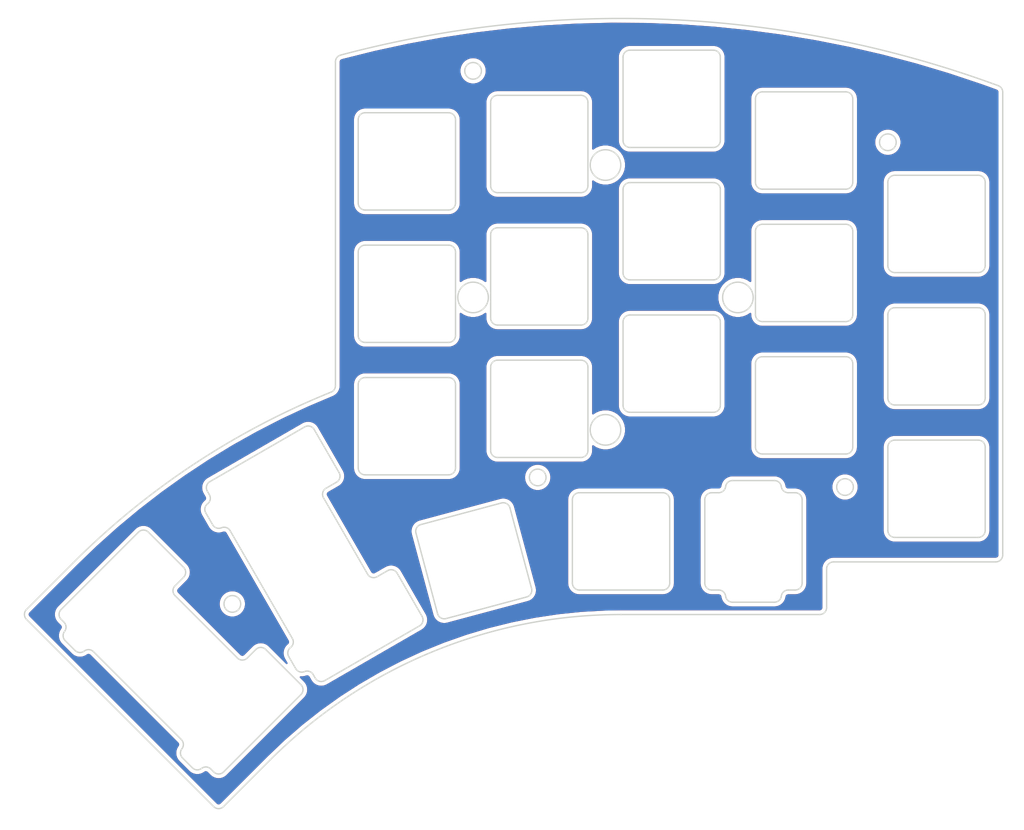
<source format=kicad_pcb>
(kicad_pcb (version 20171130) (host pcbnew "(5.1.10-1-10_14)")
  (layers (0 F.Cu signal) (31 B.Cu signal) (34 B.Paste user) (35 F.Paste user) (36 B.SilkS user) (37 F.SilkS user) (38 B.Mask user) (39 F.Mask user) (44 Edge.Cuts user))
  (net 0 "")
  (gr_arc (start 74.364286 132.846164) (end 73.657179 132.139057) (angle -90) (layer Edge.Cuts) (width 0.2))
  (gr_line (start 80.392371 125.403865) (end 73.657179 132.139057) (layer Edge.Cuts) (width 0.2))
  (gr_arc (start 189.774109 126.291218) (end 189.774109 125.291218) (angle -90) (layer Edge.Cuts) (width 0.2))
  (gr_line (start 188.774109 131.861045) (end 188.774109 126.291218) (layer Edge.Cuts) (width 0.2))
  (gr_line (start 95.029481 128.727267) (end 96.266918 127.48983) (layer Edge.Cuts) (width 0.2))
  (gr_arc (start 95.736588 129.434374) (end 95.029481 128.727267) (angle -90) (layer Edge.Cuts) (width 0.2))
  (gr_arc (start 183.249109 130.336045) (end 183.249109 129.336045) (angle -82.81924422) (layer Edge.Cuts) (width 0.2))
  (gr_line (start 184.249109 129.336045) (end 183.249109 129.336045) (layer Edge.Cuts) (width 0.2))
  (gr_arc (start 184.249109 128.336045) (end 184.249109 129.336045) (angle -90) (layer Edge.Cuts) (width 0.2))
  (gr_line (start 185.249109 116.336045) (end 185.249109 128.336045) (layer Edge.Cuts) (width 0.2))
  (gr_arc (start 181.264796 114.586046) (end 182.256952 114.461046) (angle -82.81924422) (layer Edge.Cuts) (width 0.2))
  (gr_line (start 175.233423 113.586046) (end 181.264796 113.586046) (layer Edge.Cuts) (width 0.2))
  (gr_arc (start 175.233423 114.586046) (end 175.233423 113.586046) (angle -82.81924422) (layer Edge.Cuts) (width 0.2))
  (gr_arc (start 173.249109 114.336046) (end 173.249109 115.336045) (angle -82.81924422) (layer Edge.Cuts) (width 0.2))
  (gr_line (start 172.249109 115.336045) (end 173.249109 115.336045) (layer Edge.Cuts) (width 0.2))
  (gr_arc (start 159.197965 204.21365) (end 212.657737 56.479555) (angle -34.77340482) (layer Edge.Cuts) (width 0.2))
  (gr_arc (start 117.110001 99.93496) (end 117.484294 100.86227) (angle -68.01936289) (layer Edge.Cuts) (width 0.2))
  (gr_arc (start 187.774109 131.861045) (end 187.774109 132.861045) (angle -90) (layer Edge.Cuts) (width 0.2))
  (gr_line (start 159.199109 132.861045) (end 187.774109 132.861045) (layer Edge.Cuts) (width 0.2))
  (gr_arc (start 101.305054 159.786932) (end 100.597947 160.494039) (angle -90) (layer Edge.Cuts) (width 0.2))
  (gr_line (start 73.657179 133.553271) (end 100.597947 160.494039) (layer Edge.Cuts) (width 0.2))
  (gr_arc (start 90.48632 121.709232) (end 91.193427 121.002125) (angle -90) (layer Edge.Cuts) (width 0.2))
  (gr_line (start 96.266918 126.075617) (end 91.193427 121.002125) (layer Edge.Cuts) (width 0.2))
  (gr_arc (start 95.559811 126.782723) (end 96.266918 127.48983) (angle -90) (layer Edge.Cuts) (width 0.2))
  (gr_circle (center 191.421344 114.516219) (end 192.621344 114.516219) (layer Edge.Cuts) (width 0.2))
  (gr_arc (start 184.249109 116.336045) (end 185.249109 116.336045) (angle -90) (layer Edge.Cuts) (width 0.2))
  (gr_line (start 183.249109 115.336045) (end 184.249109 115.336045) (layer Edge.Cuts) (width 0.2))
  (gr_arc (start 183.249109 114.336046) (end 182.256952 114.461046) (angle -82.81924422) (layer Edge.Cuts) (width 0.2))
  (gr_circle (center 103.277746 131.332464) (end 104.477746 131.332464) (layer Edge.Cuts) (width 0.2))
  (gr_arc (start 159.197965 204.21365) (end 213.455348 56.770623) (angle -0.3096420901) (layer Edge.Cuts) (width 0.2))
  (gr_arc (start 159.197965 204.21365) (end 159.199109 132.861045) (angle -44.99853891) (layer Edge.Cuts) (width 0.2))
  (gr_line (start 102.012161 160.494039) (end 108.747353 153.758847) (layer Edge.Cuts) (width 0.2))
  (gr_circle (center 147.208858 113.135603) (end 148.408858 113.135603) (layer Edge.Cuts) (width 0.2))
  (gr_arc (start 172.249109 128.336045) (end 171.249109 128.336045) (angle -90) (layer Edge.Cuts) (width 0.2))
  (gr_line (start 173.249109 129.336045) (end 172.249109 129.336045) (layer Edge.Cuts) (width 0.2))
  (gr_circle (center 176.01 87.241218) (end 178.21 87.241218) (layer Edge.Cuts) (width 0.2))
  (gr_circle (center 156.96 68.191218) (end 159.16 68.191218) (layer Edge.Cuts) (width 0.2))
  (gr_circle (center 156.96 106.291218) (end 159.16 106.291218) (layer Edge.Cuts) (width 0.2))
  (gr_circle (center 137.91 87.241218) (end 140.11 87.241218) (layer Edge.Cuts) (width 0.2))
  (gr_arc (start 213.11 124.291218) (end 213.11 125.291218) (angle -90) (layer Edge.Cuts) (width 0.2))
  (gr_arc (start 213.109999 57.709097) (end 214.109999 57.709097) (angle -69.79694989) (layer Edge.Cuts) (width 0.2))
  (gr_line (start 214.11 124.291217) (end 214.109999 57.709097) (layer Edge.Cuts) (width 0.2))
  (gr_line (start 102.960559 120.802577) (end 111.913746 136.309951) (layer Edge.Cuts) (width 0.2))
  (gr_arc (start 102.094534 121.302577) (end 102.960559 120.802577) (angle -82.81924422) (layer Edge.Cuts) (width 0.2))
  (gr_arc (start 101.318883 119.459111) (end 100.452858 119.959111) (angle -82.81924422) (layer Edge.Cuts) (width 0.2))
  (gr_line (start 99.452858 118.227061) (end 100.452858 119.959111) (layer Edge.Cuts) (width 0.2))
  (gr_arc (start 100.318883 117.727061) (end 99.714552 116.930328) (angle -82.81924422) (layer Edge.Cuts) (width 0.2))
  (gr_arc (start 99.11022 116.133595) (end 99.714552 116.930328) (angle -82.81924422) (layer Edge.Cuts) (width 0.2))
  (gr_line (start 99.674652 115.11122) (end 99.976246 115.633595) (layer Edge.Cuts) (width 0.2))
  (gr_arc (start 100.540678 114.611221) (end 100.040678 113.745195) (angle -90) (layer Edge.Cuts) (width 0.2))
  (gr_line (start 113.680578 105.870195) (end 100.040678 113.745195) (layer Edge.Cuts) (width 0.2))
  (gr_arc (start 114.180578 106.736221) (end 115.046603 106.236221) (angle -90) (layer Edge.Cuts) (width 0.2))
  (gr_line (start 118.634103 112.449953) (end 115.046603 106.236221) (layer Edge.Cuts) (width 0.2))
  (gr_arc (start 117.768078 112.949953) (end 118.268078 113.815978) (angle -90) (layer Edge.Cuts) (width 0.2))
  (gr_line (start 116.752533 114.690978) (end 118.268078 113.815978) (layer Edge.Cuts) (width 0.2))
  (gr_arc (start 117.252533 115.557003) (end 116.752533 114.690978) (angle -90) (layer Edge.Cuts) (width 0.2))
  (gr_line (start 122.736508 127.055526) (end 116.386508 116.057003) (layer Edge.Cuts) (width 0.2))
  (gr_arc (start 123.602533 126.555526) (end 122.736508 127.055526) (angle -90) (layer Edge.Cuts) (width 0.2))
  (gr_line (start 125.618078 126.546551) (end 124.102533 127.421551) (layer Edge.Cuts) (width 0.2))
  (gr_arc (start 126.118078 127.412576) (end 126.984103 126.912576) (angle -90) (layer Edge.Cuts) (width 0.2))
  (gr_line (start 130.571603 133.126309) (end 126.984103 126.912576) (layer Edge.Cuts) (width 0.2))
  (gr_arc (start 129.705578 133.626309) (end 130.205578 134.492334) (angle -90) (layer Edge.Cuts) (width 0.2))
  (gr_line (start 116.565678 142.367334) (end 130.205578 134.492334) (layer Edge.Cuts) (width 0.2))
  (gr_arc (start 116.065678 141.501309) (end 115.199652 142.001309) (angle -90) (layer Edge.Cuts) (width 0.2))
  (gr_line (start 114.905902 141.492519) (end 115.199652 142.001309) (layer Edge.Cuts) (width 0.2))
  (gr_arc (start 114.039877 141.992519) (end 114.905902 141.492519) (angle -82.81924422) (layer Edge.Cuts) (width 0.2))
  (gr_arc (start 113.264227 140.149053) (end 112.398201 140.649053) (angle -82.81924422) (layer Edge.Cuts) (width 0.2))
  (gr_line (start 111.390358 138.903417) (end 112.398201 140.649053) (layer Edge.Cuts) (width 0.2))
  (gr_arc (start 112.256383 138.403417) (end 111.652052 137.606684) (angle -82.81924422) (layer Edge.Cuts) (width 0.2))
  (gr_arc (start 111.04772 136.809951) (end 111.652052 137.606684) (angle -82.81924422) (layer Edge.Cuts) (width 0.2))
  (gr_arc (start 141.435 97.266218) (end 141.435 96.266218) (angle -90) (layer Edge.Cuts) (width 0.2))
  (gr_line (start 153.435001 96.266218) (end 141.435 96.266218) (layer Edge.Cuts) (width 0.2))
  (gr_arc (start 153.435001 97.266218) (end 154.435 97.266218) (angle -90) (layer Edge.Cuts) (width 0.2))
  (gr_line (start 154.435 109.266218) (end 154.435 97.266218) (layer Edge.Cuts) (width 0.2))
  (gr_arc (start 153.435 109.266218) (end 153.435 110.266218) (angle -90) (layer Edge.Cuts) (width 0.2))
  (gr_line (start 141.435 110.266218) (end 153.435 110.266218) (layer Edge.Cuts) (width 0.2))
  (gr_arc (start 141.435 109.266218) (end 140.435 109.266218) (angle -90) (layer Edge.Cuts) (width 0.2))
  (gr_line (start 140.435 97.266218) (end 140.435 109.266218) (layer Edge.Cuts) (width 0.2))
  (gr_arc (start 122.385 61.666218) (end 122.385 60.666218) (angle -90) (layer Edge.Cuts) (width 0.2))
  (gr_line (start 134.385 60.666218) (end 122.385 60.666218) (layer Edge.Cuts) (width 0.2))
  (gr_arc (start 134.385 61.666218) (end 135.385 61.666218) (angle -90) (layer Edge.Cuts) (width 0.2))
  (gr_line (start 135.385 73.666218) (end 135.385 61.666218) (layer Edge.Cuts) (width 0.2))
  (gr_arc (start 134.385 73.666219) (end 134.385001 74.666218) (angle -90) (layer Edge.Cuts) (width 0.2))
  (gr_line (start 122.385 74.666218) (end 134.385001 74.666218) (layer Edge.Cuts) (width 0.2))
  (gr_arc (start 122.385 73.666218) (end 121.385 73.666218) (angle -90) (layer Edge.Cuts) (width 0.2))
  (gr_line (start 121.385 61.666218) (end 121.385 73.666218) (layer Edge.Cuts) (width 0.2))
  (gr_arc (start 179.535001 96.766219) (end 179.535001 95.766219) (angle -90) (layer Edge.Cuts) (width 0.2))
  (gr_line (start 191.535001 95.766219) (end 179.535001 95.766219) (layer Edge.Cuts) (width 0.2))
  (gr_arc (start 191.535001 96.766219) (end 192.535001 96.766219) (angle -90) (layer Edge.Cuts) (width 0.2))
  (gr_line (start 192.535001 108.766219) (end 192.535001 96.766219) (layer Edge.Cuts) (width 0.2))
  (gr_arc (start 191.535001 108.766219) (end 191.535001 109.766219) (angle -90) (layer Edge.Cuts) (width 0.2))
  (gr_line (start 179.535001 109.766219) (end 191.535001 109.766219) (layer Edge.Cuts) (width 0.2))
  (gr_arc (start 179.535001 108.766219) (end 178.535001 108.766219) (angle -90) (layer Edge.Cuts) (width 0.2))
  (gr_line (start 178.535001 96.766219) (end 178.535001 108.766219) (layer Edge.Cuts) (width 0.2))
  (gr_arc (start 179.535001 89.716219) (end 178.535001 89.716219) (angle -90) (layer Edge.Cuts) (width 0.2))
  (gr_line (start 178.535001 77.716219) (end 178.535001 89.716219) (layer Edge.Cuts) (width 0.2))
  (gr_arc (start 179.535001 77.716219) (end 179.535001 76.716219) (angle -90) (layer Edge.Cuts) (width 0.2))
  (gr_line (start 191.535001 76.716219) (end 179.535001 76.716219) (layer Edge.Cuts) (width 0.2))
  (gr_arc (start 191.535001 77.716219) (end 192.535001 77.716219) (angle -90) (layer Edge.Cuts) (width 0.2))
  (gr_line (start 192.535001 89.716219) (end 192.535001 77.716219) (layer Edge.Cuts) (width 0.2))
  (gr_arc (start 191.535001 89.716219) (end 191.535001 90.716219) (angle -90) (layer Edge.Cuts) (width 0.2))
  (gr_line (start 179.535001 90.716219) (end 191.535001 90.716219) (layer Edge.Cuts) (width 0.2))
  (gr_arc (start 145.356883 129.368494) (end 145.615703 130.33442) (angle -90) (layer Edge.Cuts) (width 0.2))
  (gr_line (start 134.024593 133.440248) (end 145.615703 130.33442) (layer Edge.Cuts) (width 0.2))
  (gr_arc (start 133.765774 132.474322) (end 132.799848 132.733142) (angle -90) (layer Edge.Cuts) (width 0.2))
  (gr_line (start 129.694019 121.142032) (end 132.799848 132.733142) (layer Edge.Cuts) (width 0.2))
  (gr_arc (start 130.659945 120.883213) (end 130.401126 119.917287) (angle -90) (layer Edge.Cuts) (width 0.2))
  (gr_line (start 141.992236 116.811458) (end 130.401126 119.917287) (layer Edge.Cuts) (width 0.2))
  (gr_arc (start 142.251055 117.777384) (end 143.216981 117.518565) (angle -90) (layer Edge.Cuts) (width 0.2))
  (gr_line (start 146.322809 129.109675) (end 143.216981 117.518565) (layer Edge.Cuts) (width 0.2))
  (gr_arc (start 122.385 80.716218) (end 122.385 79.716218) (angle -90) (layer Edge.Cuts) (width 0.2))
  (gr_line (start 134.385 79.716218) (end 122.385 79.716218) (layer Edge.Cuts) (width 0.2))
  (gr_arc (start 134.385 80.716218) (end 135.385 80.716218) (angle -90) (layer Edge.Cuts) (width 0.2))
  (gr_line (start 135.385 92.716219) (end 135.385 80.716218) (layer Edge.Cuts) (width 0.2))
  (gr_arc (start 134.385 92.716219) (end 134.385001 93.716219) (angle -90) (layer Edge.Cuts) (width 0.2))
  (gr_line (start 122.385 93.716219) (end 134.385001 93.716219) (layer Edge.Cuts) (width 0.2))
  (gr_arc (start 122.385 92.716219) (end 121.385 92.716219) (angle -90) (layer Edge.Cuts) (width 0.2))
  (gr_line (start 121.385 80.716218) (end 121.385 92.716219) (layer Edge.Cuts) (width 0.2))
  (gr_arc (start 172.485 83.716219) (end 172.485 84.716219) (angle -90) (layer Edge.Cuts) (width 0.2))
  (gr_line (start 160.485 84.716219) (end 172.485 84.716219) (layer Edge.Cuts) (width 0.2))
  (gr_arc (start 160.485 83.716219) (end 159.485 83.716219) (angle -90) (layer Edge.Cuts) (width 0.2))
  (gr_line (start 159.485 71.716218) (end 159.485 83.716219) (layer Edge.Cuts) (width 0.2))
  (gr_arc (start 160.485 71.716218) (end 160.485 70.716218) (angle -90) (layer Edge.Cuts) (width 0.2))
  (gr_line (start 172.485 70.716218) (end 160.485 70.716218) (layer Edge.Cuts) (width 0.2))
  (gr_arc (start 172.485 71.716218) (end 173.485001 71.716218) (angle -90) (layer Edge.Cuts) (width 0.2))
  (gr_line (start 173.485001 83.716219) (end 173.485001 71.716218) (layer Edge.Cuts) (width 0.2))
  (gr_arc (start 141.435 90.216218) (end 140.435 90.216218) (angle -90) (layer Edge.Cuts) (width 0.2))
  (gr_line (start 140.435 78.216218) (end 140.435 90.216218) (layer Edge.Cuts) (width 0.2))
  (gr_arc (start 141.435 78.216218) (end 141.435 77.216218) (angle -90) (layer Edge.Cuts) (width 0.2))
  (gr_line (start 153.435001 77.216218) (end 141.435 77.216218) (layer Edge.Cuts) (width 0.2))
  (gr_arc (start 153.435001 78.216218) (end 154.435 78.216218) (angle -90) (layer Edge.Cuts) (width 0.2))
  (gr_line (start 154.435 90.216218) (end 154.435 78.216218) (layer Edge.Cuts) (width 0.2))
  (gr_arc (start 153.435 90.216218) (end 153.435 91.216218) (angle -90) (layer Edge.Cuts) (width 0.2))
  (gr_line (start 141.435 91.216218) (end 153.435 91.216218) (layer Edge.Cuts) (width 0.2))
  (gr_arc (start 141.435 71.166218) (end 140.435 71.166218) (angle -90) (layer Edge.Cuts) (width 0.2))
  (gr_line (start 140.435 59.166218) (end 140.435 71.166218) (layer Edge.Cuts) (width 0.2))
  (gr_arc (start 141.435 59.166218) (end 141.435 58.166218) (angle -90) (layer Edge.Cuts) (width 0.2))
  (gr_line (start 153.435001 58.166218) (end 141.435 58.166218) (layer Edge.Cuts) (width 0.2))
  (gr_arc (start 153.435001 59.166218) (end 154.435 59.166218) (angle -90) (layer Edge.Cuts) (width 0.2))
  (gr_line (start 154.435 71.166218) (end 154.435 59.166218) (layer Edge.Cuts) (width 0.2))
  (gr_arc (start 153.435 71.166218) (end 153.435 72.166218) (angle -90) (layer Edge.Cuts) (width 0.2))
  (gr_line (start 141.435 72.166218) (end 153.435 72.166218) (layer Edge.Cuts) (width 0.2))
  (gr_arc (start 210.585 70.666218) (end 211.585 70.666218) (angle -90) (layer Edge.Cuts) (width 0.2))
  (gr_line (start 211.584999 82.666218) (end 211.585 70.666218) (layer Edge.Cuts) (width 0.2))
  (gr_arc (start 210.584999 82.666218) (end 210.584999 83.666218) (angle -90) (layer Edge.Cuts) (width 0.2))
  (gr_line (start 198.585 83.666218) (end 210.584999 83.666218) (layer Edge.Cuts) (width 0.2))
  (gr_arc (start 198.585 82.666218) (end 197.585 82.666218) (angle -90) (layer Edge.Cuts) (width 0.2))
  (gr_line (start 197.585 70.666218) (end 197.585 82.666218) (layer Edge.Cuts) (width 0.2))
  (gr_arc (start 198.585 70.666218) (end 198.585 69.666218) (angle -90) (layer Edge.Cuts) (width 0.2))
  (gr_line (start 210.585 69.666218) (end 198.585 69.666218) (layer Edge.Cuts) (width 0.2))
  (gr_arc (start 198.585 108.766218) (end 198.585 107.766218) (angle -90) (layer Edge.Cuts) (width 0.2))
  (gr_line (start 210.585 107.766218) (end 198.585 107.766218) (layer Edge.Cuts) (width 0.2))
  (gr_arc (start 210.585 108.766218) (end 211.585 108.766218) (angle -90) (layer Edge.Cuts) (width 0.2))
  (gr_line (start 211.584999 120.766217) (end 211.585 108.766218) (layer Edge.Cuts) (width 0.2))
  (gr_arc (start 210.584999 120.766217) (end 210.584999 121.766217) (angle -90) (layer Edge.Cuts) (width 0.2))
  (gr_line (start 198.585 121.766217) (end 210.584999 121.766217) (layer Edge.Cuts) (width 0.2))
  (gr_arc (start 198.585 120.766217) (end 197.585 120.766217) (angle -90) (layer Edge.Cuts) (width 0.2))
  (gr_line (start 197.585 108.766218) (end 197.585 120.766217) (layer Edge.Cuts) (width 0.2))
  (gr_arc (start 210.585 89.716218) (end 211.585 89.716218) (angle -90) (layer Edge.Cuts) (width 0.2))
  (gr_line (start 211.584999 101.716218) (end 211.585 89.716218) (layer Edge.Cuts) (width 0.2))
  (gr_arc (start 210.584999 101.716218) (end 210.584999 102.716218) (angle -90) (layer Edge.Cuts) (width 0.2))
  (gr_line (start 198.585 102.716218) (end 210.584999 102.716218) (layer Edge.Cuts) (width 0.2))
  (gr_arc (start 198.585 101.716218) (end 197.585 101.716218) (angle -90) (layer Edge.Cuts) (width 0.2))
  (gr_line (start 197.585 89.716218) (end 197.585 101.716218) (layer Edge.Cuts) (width 0.2))
  (gr_arc (start 198.585 89.716218) (end 198.585 88.716218) (angle -90) (layer Edge.Cuts) (width 0.2))
  (gr_line (start 210.585 88.716218) (end 198.585 88.716218) (layer Edge.Cuts) (width 0.2))
  (gr_arc (start 179.535001 70.666219) (end 178.535001 70.666219) (angle -90) (layer Edge.Cuts) (width 0.2))
  (gr_line (start 178.535001 58.666219) (end 178.535001 70.666219) (layer Edge.Cuts) (width 0.2))
  (gr_arc (start 179.535001 58.666219) (end 179.535001 57.666219) (angle -90) (layer Edge.Cuts) (width 0.2))
  (gr_line (start 191.535001 57.666219) (end 179.535001 57.666219) (layer Edge.Cuts) (width 0.2))
  (gr_arc (start 191.535001 58.666219) (end 192.535001 58.666219) (angle -90) (layer Edge.Cuts) (width 0.2))
  (gr_line (start 192.535001 70.666219) (end 192.535001 58.666219) (layer Edge.Cuts) (width 0.2))
  (gr_arc (start 191.535001 70.666219) (end 191.535001 71.666219) (angle -90) (layer Edge.Cuts) (width 0.2))
  (gr_line (start 179.535001 71.666219) (end 191.535001 71.666219) (layer Edge.Cuts) (width 0.2))
  (gr_arc (start 153.199109 116.336045) (end 153.199109 115.336045) (angle -90) (layer Edge.Cuts) (width 0.2))
  (gr_line (start 165.199109 115.336045) (end 153.199109 115.336045) (layer Edge.Cuts) (width 0.2))
  (gr_arc (start 165.199109 116.336045) (end 166.199109 116.336045) (angle -90) (layer Edge.Cuts) (width 0.2))
  (gr_line (start 166.199109 128.336045) (end 166.199109 116.336045) (layer Edge.Cuts) (width 0.2))
  (gr_arc (start 165.199109 128.336045) (end 165.199109 129.336045) (angle -90) (layer Edge.Cuts) (width 0.2))
  (gr_line (start 153.199109 129.336045) (end 165.199109 129.336045) (layer Edge.Cuts) (width 0.2))
  (gr_arc (start 104.716844 138.41463) (end 104.009737 139.121737) (angle -90) (layer Edge.Cuts) (width 0.2))
  (gr_line (start 106.661388 137.8843) (end 105.423951 139.121737) (layer Edge.Cuts) (width 0.2))
  (gr_arc (start 107.368495 138.591407) (end 108.075601 137.8843) (angle -90) (layer Edge.Cuts) (width 0.2))
  (gr_line (start 113.149093 142.957791) (end 108.075601 137.8843) (layer Edge.Cuts) (width 0.2))
  (gr_arc (start 112.441986 143.664898) (end 113.149093 144.372004) (angle -90) (layer Edge.Cuts) (width 0.2))
  (gr_line (start 102.012161 155.508936) (end 113.149093 144.372004) (layer Edge.Cuts) (width 0.2))
  (gr_arc (start 153.199109 128.336045) (end 152.199109 128.336045) (angle -90) (layer Edge.Cuts) (width 0.2))
  (gr_line (start 152.199109 116.336045) (end 152.199109 128.336045) (layer Edge.Cuts) (width 0.2))
  (gr_arc (start 122.385 99.766218) (end 122.385 98.766218) (angle -90) (layer Edge.Cuts) (width 0.2))
  (gr_line (start 134.385 98.766218) (end 122.385 98.766218) (layer Edge.Cuts) (width 0.2))
  (gr_arc (start 134.385 99.766218) (end 135.385 99.766218) (angle -90) (layer Edge.Cuts) (width 0.2))
  (gr_line (start 135.385 111.766219) (end 135.385 99.766218) (layer Edge.Cuts) (width 0.2))
  (gr_arc (start 134.385 111.766219) (end 134.385001 112.766219) (angle -90) (layer Edge.Cuts) (width 0.2))
  (gr_line (start 122.385 112.766219) (end 134.385001 112.766219) (layer Edge.Cuts) (width 0.2))
  (gr_arc (start 122.385 111.766219) (end 121.385 111.766219) (angle -90) (layer Edge.Cuts) (width 0.2))
  (gr_line (start 121.385 99.766218) (end 121.385 111.766219) (layer Edge.Cuts) (width 0.2))
  (gr_arc (start 172.485001 64.666219) (end 172.485 65.666218) (angle -90) (layer Edge.Cuts) (width 0.2))
  (gr_line (start 160.485 65.666218) (end 172.485 65.666218) (layer Edge.Cuts) (width 0.2))
  (gr_arc (start 172.485 102.766219) (end 172.485 103.766219) (angle -90) (layer Edge.Cuts) (width 0.2))
  (gr_line (start 160.485 103.766219) (end 172.485 103.766219) (layer Edge.Cuts) (width 0.2))
  (gr_arc (start 160.485 102.766219) (end 159.485 102.766219) (angle -90) (layer Edge.Cuts) (width 0.2))
  (gr_line (start 159.485 90.766219) (end 159.485 102.766219) (layer Edge.Cuts) (width 0.2))
  (gr_line (start 104.009737 139.121737) (end 95.029481 130.141481) (layer Edge.Cuts) (width 0.2))
  (gr_line (start 172.485 89.766219) (end 160.485 89.766219) (layer Edge.Cuts) (width 0.2))
  (gr_arc (start 172.485 90.766219) (end 173.485 90.766219) (angle -90) (layer Edge.Cuts) (width 0.2))
  (gr_line (start 173.485001 102.766219) (end 173.485 90.766219) (layer Edge.Cuts) (width 0.2))
  (gr_arc (start 119.11 53.34) (end 118.853193 52.373538) (angle -75.11930022) (layer Edge.Cuts) (width 0.2))
  (gr_arc (start 172.249109 116.336045) (end 172.249109 115.336045) (angle -90) (layer Edge.Cuts) (width 0.2))
  (gr_line (start 171.249109 128.336045) (end 171.249109 116.336045) (layer Edge.Cuts) (width 0.2))
  (gr_arc (start 95.232775 151.557977) (end 96.022724 152.17115) (angle -82.81924422) (layer Edge.Cuts) (width 0.2))
  (gr_line (start 83.289256 138.200245) (end 95.939881 150.85087) (layer Edge.Cuts) (width 0.2))
  (gr_arc (start 82.582149 138.907351) (end 83.289256 138.200245) (angle -82.81924422) (layer Edge.Cuts) (width 0.2))
  (gr_arc (start 81.355804 137.327453) (end 80.648697 138.03456) (angle -82.81924422) (layer Edge.Cuts) (width 0.2))
  (gr_line (start 79.223392 136.609254) (end 80.648697 138.03456) (layer Edge.Cuts) (width 0.2))
  (gr_arc (start 79.930498 135.902148) (end 79.140549 135.288975) (angle -82.81924422) (layer Edge.Cuts) (width 0.2))
  (gr_circle (center 197.585 64.916218) (end 198.785 64.916218) (layer Edge.Cuts) (width 0.2))
  (gr_arc (start 101.305054 154.80183) (end 100.597947 155.508936) (angle -90) (layer Edge.Cuts) (width 0.2))
  (gr_line (start 100.17143 155.082419) (end 100.597947 155.508936) (layer Edge.Cuts) (width 0.2))
  (gr_arc (start 99.464323 155.789526) (end 100.17143 155.082419) (angle -82.81924422) (layer Edge.Cuts) (width 0.2))
  (gr_line (start 189.774109 125.291218) (end 213.11 125.291218) (layer Edge.Cuts) (width 0.2))
  (gr_arc (start 173.249109 130.336045) (end 174.241266 130.211045) (angle -82.81924422) (layer Edge.Cuts) (width 0.2))
  (gr_arc (start 175.233423 130.086045) (end 174.241266 130.211045) (angle -82.81924422) (layer Edge.Cuts) (width 0.2))
  (gr_circle (center 137.91 54.641218) (end 139.11 54.641218) (layer Edge.Cuts) (width 0.2))
  (gr_arc (start 160.485 64.666219) (end 159.485 64.666219) (angle -90) (layer Edge.Cuts) (width 0.2))
  (gr_line (start 159.485 52.666218) (end 159.485 64.666219) (layer Edge.Cuts) (width 0.2))
  (gr_arc (start 160.485 52.666219) (end 160.485 51.666219) (angle -90) (layer Edge.Cuts) (width 0.2))
  (gr_line (start 172.485 51.666219) (end 160.485 51.666219) (layer Edge.Cuts) (width 0.2))
  (gr_arc (start 172.485001 52.666218) (end 173.485001 52.666218) (angle -90) (layer Edge.Cuts) (width 0.2))
  (gr_line (start 173.485001 64.666219) (end 173.485001 52.666218) (layer Edge.Cuts) (width 0.2))
  (gr_arc (start 160.485 90.766219) (end 160.485 89.766219) (angle -90) (layer Edge.Cuts) (width 0.2))
  (gr_arc (start 98.237978 154.209628) (end 97.530872 154.916734) (angle -82.81924422) (layer Edge.Cuts) (width 0.2))
  (gr_line (start 96.105566 153.491429) (end 97.530872 154.916734) (layer Edge.Cuts) (width 0.2))
  (gr_arc (start 96.812673 152.784322) (end 96.022724 152.17115) (angle -82.81924422) (layer Edge.Cuts) (width 0.2))
  (gr_arc (start 78.3506 134.675803) (end 79.140549 135.288975) (angle -82.81924422) (layer Edge.Cuts) (width 0.2))
  (gr_line (start 78.642282 133.553271) (end 79.057707 133.968696) (layer Edge.Cuts) (width 0.2))
  (gr_arc (start 79.349388 132.846164) (end 78.642282 132.139057) (angle -90) (layer Edge.Cuts) (width 0.2))
  (gr_line (start 89.779214 121.002125) (end 78.642282 132.139057) (layer Edge.Cuts) (width 0.2))
  (gr_line (start 181.264796 131.086045) (end 175.233423 131.086045) (layer Edge.Cuts) (width 0.2))
  (gr_arc (start 181.264796 130.086045) (end 181.264796 131.086045) (angle -82.81924422) (layer Edge.Cuts) (width 0.2))
  (gr_arc (start 159.197965 204.21365) (end 117.484294 100.86227) (angle -23.01897106) (layer Edge.Cuts) (width 0.2))
  (gr_line (start 118.11 53.34) (end 118.110001 99.93496) (layer Edge.Cuts) (width 0.2))
  (zone (net 0) (net_name "") (layer F.Cu) (connect_pads (clearance 0.508)) (min_thickness 0.254) (fill yes (arc_segments 32) (thermal_gap 0.508) (thermal_bridge_width 0.508))
    (polygon (pts (xy 170.18 45.72) (xy 217.17 54.61) (xy 217.17 128.27) (xy 189.23 138.43) (xy 149.86 139.7) (xy 120.65 148.59) (xy 101.6 163.83) (xy 69.85 133.35) (xy 86.36 113.03) (xy 101.6 104.14) (xy 114.3 99.06) (xy 114.3 50.8) (xy 139.7 44.45)))
  )
  (zone (net 0) (net_name "") (layer B.Cu) (connect_pads (clearance 0.508)) (min_thickness 0.254) (fill yes (arc_segments 32) (thermal_gap 0.508) (thermal_bridge_width 0.508))
    (polygon (pts (xy 170.18 45.72) (xy 217.17 54.61) (xy 217.17 128.27) (xy 189.23 138.43) (xy 151.13 139.7) (xy 121.92 148.59) (xy 101.6 163.83) (xy 69.85 133.35) (xy 86.36 113.03) (xy 114.3 97.79) (xy 114.3 50.8) (xy 138.43 44.45)))
  )
)
</source>
